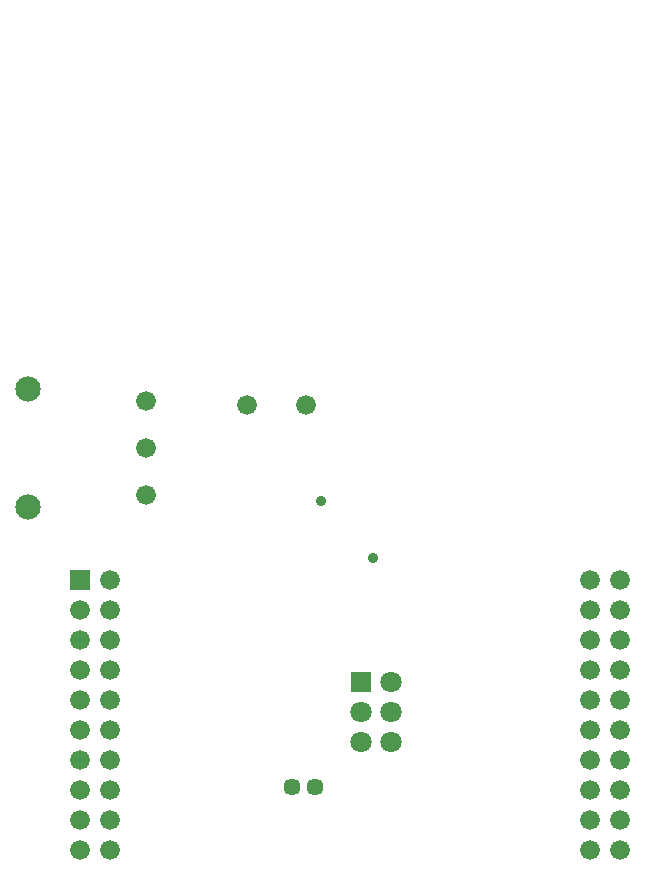
<source format=gbs>
%FSLAX25Y25*%
%MOIN*%
G70*
G01*
G75*
G04 Layer_Color=16711935*
G04:AMPARAMS|DCode=10|XSize=88.58mil|YSize=76.77mil|CornerRadius=0mil|HoleSize=0mil|Usage=FLASHONLY|Rotation=225.000|XOffset=0mil|YOffset=0mil|HoleType=Round|Shape=Rectangle|*
%AMROTATEDRECTD10*
4,1,4,0.00418,0.05846,0.05846,0.00418,-0.00418,-0.05846,-0.05846,-0.00418,0.00418,0.05846,0.0*
%
%ADD10ROTATEDRECTD10*%

%ADD11O,0.06693X0.01378*%
%ADD12R,0.03937X0.03740*%
%ADD13R,0.03740X0.03937*%
%ADD14R,0.04921X0.07087*%
%ADD15O,0.00984X0.03740*%
%ADD16O,0.03740X0.00984*%
%ADD17R,0.06535X0.06535*%
%ADD18R,0.07441X0.06181*%
%ADD19O,0.01772X0.07874*%
%ADD20R,0.04331X0.02559*%
%ADD21C,0.03937*%
%ADD22R,0.03543X0.01575*%
%ADD23R,0.11024X0.07874*%
%ADD24R,0.11024X0.11024*%
%ADD25R,0.11024X0.08661*%
%ADD26C,0.01000*%
%ADD27C,0.01500*%
%ADD28C,0.01200*%
%ADD29C,0.01800*%
%ADD30C,0.06000*%
%ADD31R,0.06000X0.06000*%
%ADD32C,0.07874*%
%ADD33C,0.02953*%
%ADD34C,0.05118*%
%ADD35R,0.06496X0.06496*%
%ADD36C,0.06496*%
%ADD37C,0.02000*%
%ADD38C,0.00600*%
%ADD39C,0.00984*%
%ADD40C,0.00700*%
%ADD41C,0.00050*%
%ADD42C,0.00787*%
G04:AMPARAMS|DCode=43|XSize=94.58mil|YSize=82.77mil|CornerRadius=0mil|HoleSize=0mil|Usage=FLASHONLY|Rotation=225.000|XOffset=0mil|YOffset=0mil|HoleType=Round|Shape=Rectangle|*
%AMROTATEDRECTD43*
4,1,4,0.00418,0.06270,0.06270,0.00418,-0.00418,-0.06270,-0.06270,-0.00418,0.00418,0.06270,0.0*
%
%ADD43ROTATEDRECTD43*%

%ADD44O,0.07293X0.01978*%
%ADD45R,0.04537X0.04340*%
%ADD46R,0.04340X0.04537*%
%ADD47R,0.05521X0.07687*%
%ADD48O,0.01584X0.04340*%
%ADD49O,0.04340X0.01584*%
%ADD50R,0.07135X0.07135*%
%ADD51R,0.08041X0.06781*%
%ADD52O,0.02372X0.08474*%
%ADD53R,0.04931X0.03159*%
%ADD54C,0.07874*%
%ADD55R,0.04143X0.02175*%
%ADD56R,0.11624X0.08474*%
%ADD57R,0.11624X0.11624*%
%ADD58R,0.11624X0.09261*%
%ADD59C,0.06600*%
%ADD60R,0.06600X0.06600*%
%ADD61C,0.08474*%
%ADD62C,0.03553*%
%ADD63C,0.05718*%
%ADD64C,0.00600*%
%ADD65R,0.07096X0.07096*%
%ADD66C,0.07096*%
D59*
X205000Y105000D02*
D03*
Y95000D02*
D03*
Y85000D02*
D03*
Y75000D02*
D03*
Y65000D02*
D03*
Y55000D02*
D03*
Y45000D02*
D03*
Y35000D02*
D03*
Y25000D02*
D03*
Y15000D02*
D03*
X25000D02*
D03*
Y25000D02*
D03*
Y35000D02*
D03*
Y45000D02*
D03*
Y55000D02*
D03*
Y65000D02*
D03*
Y75000D02*
D03*
Y85000D02*
D03*
Y95000D02*
D03*
X35000Y105000D02*
D03*
Y95000D02*
D03*
Y85000D02*
D03*
Y75000D02*
D03*
Y65000D02*
D03*
Y55000D02*
D03*
Y45000D02*
D03*
Y35000D02*
D03*
Y25000D02*
D03*
Y15000D02*
D03*
X195000D02*
D03*
Y25000D02*
D03*
Y35000D02*
D03*
Y45000D02*
D03*
Y55000D02*
D03*
Y65000D02*
D03*
Y75000D02*
D03*
Y85000D02*
D03*
Y95000D02*
D03*
Y105000D02*
D03*
X47000Y133252D02*
D03*
Y164748D02*
D03*
Y149000D02*
D03*
X100130Y163315D02*
D03*
X80445D02*
D03*
D60*
X25000Y105000D02*
D03*
D61*
X7630Y168685D02*
D03*
Y129315D02*
D03*
D62*
X105220Y131296D02*
D03*
X122500Y112500D02*
D03*
D63*
X103240Y36000D02*
D03*
X95760D02*
D03*
D64*
X50917Y291268D02*
D03*
X129657Y192843D02*
D03*
D65*
X118500Y71000D02*
D03*
D66*
X128500D02*
D03*
X118500Y61000D02*
D03*
X128500D02*
D03*
X118500Y51000D02*
D03*
X128500D02*
D03*
M02*

</source>
